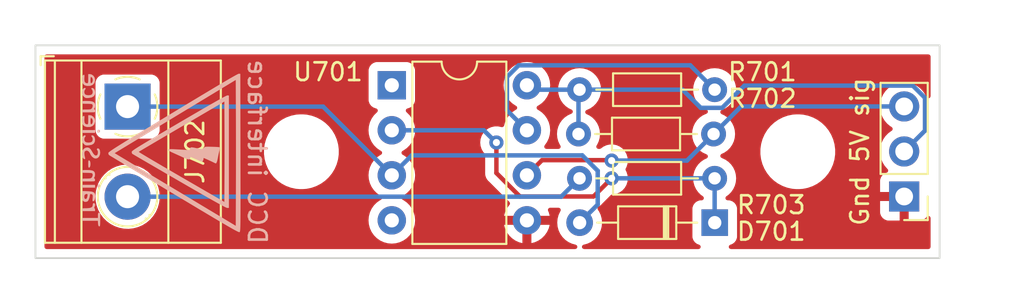
<source format=kicad_pcb>
(kicad_pcb (version 20211014) (generator pcbnew)
  (layers (0 "F.Cu" signal) (31 "B.Cu" signal) (34 "B.Paste" user) (35 "F.Paste" user) (36 "B.SilkS" user "B.Silkscreen") (37 "F.SilkS" user "F.Silkscreen") (38 "B.Mask" user) (39 "F.Mask" user) (44 "Edge.Cuts" user))
  (net 0 "")
  (net 1 "Net-(D701-Pad1)")
  (net 2 "GND")
  (net 3 "DCC_IN")
  (net 4 "+5V")
  (net 5 "Net-(R701-Pad2)")
  (net 7 "DCC-B")
  (net 8 "DCC-A")
  (footprint "MountingHole:MountingHole_3.2mm_M3" (layer "F.Cu") (at 133 114.5)
    (fp_text reference "REF**" hide)
    (fp_text value "MountingHole_3.2mm_M3")
    (pad "" np_thru_hole circle (at 0 0) (size 3.2 3.2) (drill 3.2) (layers *.Cu *.Mask))
  )
  (footprint "Connector_PinHeader_2.54mm:PinHeader_1x03_P2.54mm_Vertical" (layer "F.Cu") (at 167 117.025 180)
    (fp_text reference "J701" hide)
    (fp_text value "Conn_01x03_Male")
    (fp_line (start -1.33 1.27) (end -1.33 6.41) (layer "F.SilkS") (width 0.12))
    (fp_line (start -1.33 -1.33) (end 0 -1.33) (layer "F.SilkS") (width 0.12))
    (fp_line (start 1.33 1.27) (end 1.33 6.41) (layer "F.SilkS") (width 0.12))
    (fp_line (start -1.33 6.41) (end 1.33 6.41) (layer "F.SilkS") (width 0.12))
    (fp_line (start -1.33 0) (end -1.33 -1.33) (layer "F.SilkS") (width 0.12))
    (fp_line (start -1.33 1.27) (end 1.33 1.27) (layer "F.SilkS") (width 0.12))
    (pad "1" thru_hole rect (at 0 0 180) (size 1.7 1.7) (drill 1) (layers *.Cu *.Mask) (net 2 "GND"))
    (pad "2" thru_hole oval (at 0 2.54 180) (size 1.7 1.7) (drill 1) (layers *.Cu *.Mask) (net 4 "+5V"))
    (pad "3" thru_hole oval (at 0 5.08 180) (size 1.7 1.7) (drill 1) (layers *.Cu *.Mask) (net 3 "DCC_IN"))
  )
  (footprint "Package_DIP:DIP-8_W7.62mm" (layer "F.Cu") (at 138.1 110.75)
    (fp_text reference "U701" (at -3.6 -0.75) (layer "F.SilkS"))
    (fp_text value "6N137")
    (fp_line (start 1.16 -1.33) (end 1.16 8.95) (layer "F.SilkS") (width 0.12))
    (fp_line (start 1.16 8.95) (end 6.46 8.95) (layer "F.SilkS") (width 0.12))
    (fp_line (start 2.81 -1.33) (end 1.16 -1.33) (layer "F.SilkS") (width 0.12))
    (fp_line (start 6.46 -1.33) (end 4.81 -1.33) (layer "F.SilkS") (width 0.12))
    (fp_line (start 6.46 8.95) (end 6.46 -1.33) (layer "F.SilkS") (width 0.12))
    (fp_arc (start 4.81 -1.33) (mid 3.81 -0.33) (end 2.81 -1.33) (layer "F.SilkS") (width 0.12))
    (pad "1" thru_hole rect (at 0 0) (size 1.6 1.6) (drill 0.8) (layers *.Cu *.Mask))
    (pad "2" thru_hole oval (at 0 2.54) (size 1.6 1.6) (drill 0.8) (layers *.Cu *.Mask) (net 1 "Net-(D701-Pad1)"))
    (pad "3" thru_hole oval (at 0 5.08) (size 1.6 1.6) (drill 0.8) (layers *.Cu *.Mask) (net 7 "DCC-B"))
    (pad "4" thru_hole oval (at 0 7.62) (size 1.6 1.6) (drill 0.8) (layers *.Cu *.Mask))
    (pad "5" thru_hole oval (at 7.62 7.62) (size 1.6 1.6) (drill 0.8) (layers *.Cu *.Mask) (net 2 "GND"))
    (pad "6" thru_hole oval (at 7.62 5.08) (size 1.6 1.6) (drill 0.8) (layers *.Cu *.Mask) (net 3 "DCC_IN"))
    (pad "7" thru_hole oval (at 7.62 2.54) (size 1.6 1.6) (drill 0.8) (layers *.Cu *.Mask) (net 5 "Net-(R701-Pad2)"))
    (pad "8" thru_hole oval (at 7.62 0) (size 1.6 1.6) (drill 0.8) (layers *.Cu *.Mask) (net 4 "+5V"))
  )
  (footprint "MountingHole:MountingHole_3.2mm_M3" (layer "F.Cu") (at 161 114.5)
    (fp_text reference "REF**" hide)
    (fp_text value "MountingHole_3.2mm_M3")
    (pad "" np_thru_hole circle (at 0 0) (size 3.2 3.2) (drill 3.2) (layers F&B.Cu *.Mask))
  )
  (footprint "Diode_THT:D_DO-34_SOD68_P7.62mm_Horizontal" (layer "F.Cu") (at 156.315 118.5 180)
    (fp_text reference "D701" (at -3.185 -0.5) (layer "F.SilkS"))
    (fp_text value "D")
    (fp_line (start 2.746 -0.92) (end 2.746 0.92) (layer "F.SilkS") (width 0.12))
    (fp_line (start 5.45 0.92) (end 5.45 -0.92) (layer "F.SilkS") (width 0.12))
    (fp_line (start 6.63 0) (end 5.45 0) (layer "F.SilkS") (width 0.12))
    (fp_line (start 2.626 -0.92) (end 2.626 0.92) (layer "F.SilkS") (width 0.12))
    (fp_line (start 2.866 -0.92) (end 2.866 0.92) (layer "F.SilkS") (width 0.12))
    (fp_line (start 2.17 -0.92) (end 2.17 0.92) (layer "F.SilkS") (width 0.12))
    (fp_line (start 5.45 -0.92) (end 2.17 -0.92) (layer "F.SilkS") (width 0.12))
    (fp_line (start 0.99 0) (end 2.17 0) (layer "F.SilkS") (width 0.12))
    (fp_line (start 2.17 0.92) (end 5.45 0.92) (layer "F.SilkS") (width 0.12))
    (pad "1" thru_hole rect (at 0 0 180) (size 1.5 1.5) (drill 0.75) (layers *.Cu *.Mask) (net 1 "Net-(D701-Pad1)"))
    (pad "2" thru_hole oval (at 7.62 0 180) (size 1.5 1.5) (drill 0.75) (layers *.Cu *.Mask) (net 7 "DCC-B"))
  )
  (footprint "TerminalBlock_Phoenix:TerminalBlock_Phoenix_MKDS-1,5-2-5.08_1x02_P5.08mm_Horizontal" (layer "F.Cu") (at 123.195 111.955 -90)
    (fp_text reference "J702" (at 2.54 -3.805 90) (layer "F.SilkS"))
    (fp_text value "Screw_Terminal_01x02")
    (fp_line (start 6.355 -1.069) (end 6.308 -1.023) (layer "F.SilkS") (width 0.12))
    (fp_line (start -2.6 4.66) (end 7.68 4.66) (layer "F.SilkS") (width 0.12))
    (fp_line (start -2.6 4.1) (end 7.68 4.1) (layer "F.SilkS") (width 0.12))
    (fp_line (start -2.84 4.16) (end -2.84 4.9) (layer "F.SilkS") (width 0.12))
    (fp_line (start 3.853 1.023) (end 3.806 1.069) (layer "F.SilkS") (width 0.12))
    (fp_line (start -2.84 4.9) (end -2.34 4.9) (layer "F.SilkS") (width 0.12))
    (fp_line (start -2.6 -5.261) (end 7.68 -5.261) (layer "F.SilkS") (width 0.12))
    (fp_line (start 7.68 -5.261) (end 7.68 4.66) (layer "F.SilkS") (width 0.12))
    (fp_line (start 6.15 -1.275) (end 6.115 -1.239) (layer "F.SilkS") (width 0.12))
    (fp_line (start -2.6 -5.261) (end -2.6 4.66) (layer "F.SilkS") (width 0.12))
    (fp_line (start -2.6 2.6) (end 7.68 2.6) (layer "F.SilkS") (width 0.12))
    (fp_line (start 4.046 1.239) (end 4.011 1.274) (layer "F.SilkS") (width 0.12))
    (fp_line (start -2.6 -2.301) (end 7.68 -2.301) (layer "F.SilkS") (width 0.12))
    (fp_arc (start 0.683318 1.534756) (mid 0.349292 1.643288) (end 0 1.68) (layer "F.SilkS") (width 0.12))
    (fp_arc (start -1.535427 0.683042) (mid -1.680501 -0.000524) (end -1.535 -0.684) (layer "F.SilkS") (width 0.12))
    (fp_arc (start 0.028805 1.680253) (mid -0.335551 1.646659) (end -0.684 1.535) (layer "F.SilkS") (width 0.12))
    (fp_arc (start -0.683042 -1.535427) (mid 0.000524 -1.680501) (end 0.684 -1.535) (layer "F.SilkS") (width 0.12))
    (fp_arc (start 1.535427 -0.683042) (mid 1.680501 0.000524) (end 1.535 0.684) (layer "F.SilkS") (width 0.12))
    (fp_circle (center 5.08 0) (end 6.76 0) (layer "F.SilkS") (width 0.12) (fill none))
    (pad "1" thru_hole rect (at 0 0 270) (size 2.6 2.6) (drill 1.3) (layers *.Cu *.Mask) (net 7 "DCC-B"))
    (pad "2" thru_hole circle (at 5.08 0 270) (size 2.6 2.6) (drill 1.3) (layers *.Cu *.Mask) (net 8 "DCC-A"))
  )
  (footprint "Resistor_THT:R_Axial_DIN0204_L3.6mm_D1.6mm_P7.62mm_Horizontal" (layer "F.Cu") (at 148.63 113.5)
    (fp_text reference "R702" (at 10.37 -2) (layer "F.SilkS"))
    (fp_text value "10k")
    (fp_line (start 6.68 0) (end 5.73 0) (layer "F.SilkS") (width 0.12))
    (fp_line (start 1.89 -0.92) (end 1.89 0.92) (layer "F.SilkS") (width 0.12))
    (fp_line (start 5.73 0.92) (end 5.73 -0.92) (layer "F.SilkS") (width 0.12))
    (fp_line (start 5.73 -0.92) (end 1.89 -0.92) (layer "F.SilkS") (width 0.12))
    (fp_line (start 0.94 0) (end 1.89 0) (layer "F.SilkS") (width 0.12))
    (fp_line (start 1.89 0.92) (end 5.73 0.92) (layer "F.SilkS") (width 0.12))
    (pad "1" thru_hole circle (at 0 0) (size 1.4 1.4) (drill 0.7) (layers *.Cu *.Mask) (net 4 "+5V"))
    (pad "2" thru_hole oval (at 7.62 0) (size 1.4 1.4) (drill 0.7) (layers *.Cu *.Mask) (net 3 "DCC_IN"))
  )
  (footprint "Resistor_THT:R_Axial_DIN0204_L3.6mm_D1.6mm_P7.62mm_Horizontal" (layer "F.Cu") (at 148.69 116)
    (fp_text reference "R703" (at 10.81 1.5) (layer "F.SilkS"))
    (fp_text value "1k")
    (fp_line (start 5.73 -0.92) (end 1.89 -0.92) (layer "F.SilkS") (width 0.12))
    (fp_line (start 0.94 0) (end 1.89 0) (layer "F.SilkS") (width 0.12))
    (fp_line (start 6.68 0) (end 5.73 0) (layer "F.SilkS") (width 0.12))
    (fp_line (start 1.89 -0.92) (end 1.89 0.92) (layer "F.SilkS") (width 0.12))
    (fp_line (start 5.73 0.92) (end 5.73 -0.92) (layer "F.SilkS") (width 0.12))
    (fp_line (start 1.89 0.92) (end 5.73 0.92) (layer "F.SilkS") (width 0.12))
    (pad "1" thru_hole circle (at 0 0) (size 1.4 1.4) (drill 0.7) (layers *.Cu *.Mask) (net 8 "DCC-A"))
    (pad "2" thru_hole oval (at 7.62 0) (size 1.4 1.4) (drill 0.7) (layers *.Cu *.Mask) (net 1 "Net-(D701-Pad1)"))
  )
  (footprint "Resistor_THT:R_Axial_DIN0204_L3.6mm_D1.6mm_P7.62mm_Horizontal" (layer "F.Cu") (at 148.69 111)
    (fp_text reference "R701" (at 10.31 -1) (layer "F.SilkS"))
    (fp_text value "10k")
    (fp_line (start 1.89 0.92) (end 5.73 0.92) (layer "F.SilkS") (width 0.12))
    (fp_line (start 1.89 -0.92) (end 1.89 0.92) (layer "F.SilkS") (width 0.12))
    (fp_line (start 6.68 0) (end 5.73 0) (layer "F.SilkS") (width 0.12))
    (fp_line (start 5.73 -0.92) (end 1.89 -0.92) (layer "F.SilkS") (width 0.12))
    (fp_line (start 5.73 0.92) (end 5.73 -0.92) (layer "F.SilkS") (width 0.12))
    (fp_line (start 0.94 0) (end 1.89 0) (layer "F.SilkS") (width 0.12))
    (pad "1" thru_hole circle (at 0 0) (size 1.4 1.4) (drill 0.7) (layers *.Cu *.Mask) (net 4 "+5V"))
    (pad "2" thru_hole oval (at 7.62 0) (size 1.4 1.4) (drill 0.7) (layers *.Cu *.Mask) (net 5 "Net-(R701-Pad2)"))
  )
  (footprint "kicad_images:Train-Science logo small" (layer "B.Cu") (at 125 114.5 90)
    (fp_text reference "G***" hide)
    (fp_text value "LOGO" hide)
    (fp_poly (pts (xy 3.456146 -3.654371) (xy 3.543105 -3.697368) (xy 3.592791 -3.756548) (xy 3.594178 -3.814197) (xy 3.572895 -3.852981) (xy 3.542199 -3.843557) (xy 3.513841 -3.819211) (xy 3.424501 -3.7745) (xy 3.322943 -3.773442) (xy 3.238538 -3.81626) (xy 3.237661 -3.817129) (xy 3.201357 -3.890078) (xy 3.187495 -3.994878) (xy 3.196074 -4.103032) (xy 3.227095 -4.186043) (xy 3.237661 -4.198841) (xy 3.321639 -4.242246) (xy 3.423161 -4.241772) (xy 3.512857 -4.197642) (xy 3.513841 -4.196759) (xy 3.559116 -4.162129) (xy 3.582547 -4.174932) (xy 3.594178 -4.201773) (xy 3.589623 -4.267108) (xy 3.534669 -4.324764) (xy 3.443265 -4.364981) (xy 3.341993 -4.3782) (xy 3.23693 -4.364144) (xy 3.150524 -4.312169) (xy 3.116435 -4.280323) (xy 3.06227 -4.220957) (xy 3.03476 -4.166703) (xy 3.027277 -4.094215) (xy 3.032787 -3.985733) (xy 3.063239 -3.823108) (xy 3.128926 -3.713042) (xy 3.232557 -3.652527) (xy 3.346264 -3.637769)) (layer "B.SilkS") (width 0) (fill solid))
    (fp_poly (pts (xy 1.874086 -3.665419) (xy 1.97554 -3.737669) (xy 2.042702 -3.838471) (xy 2.06033 -3.925027) (xy 2.06033 -4.024081) (xy 1.802788 -4.024081) (xy 1.674253 -4.025517) (xy 1.597198 -4.031892) (xy 1.558746 -4.046313) (xy 1.54602 -4.071882) (xy 1.545247 -4.086167) (xy 1.568914 -4.17496) (xy 1.641552 -4.227168) (xy 1.76562 -4.244072) (xy 1.841189 -4.240295) (xy 1.949653 -4.233706) (xy 2.007504 -4.2403) (xy 2.027535 -4.262067) (xy 2.028137 -4.269376) (xy 1.999657 -4.321331) (xy 1.925454 -4.357024) (xy 1.822384 -4.375338) (xy 1.707304 -4.375154) (xy 1.597069 -4.355354) (xy 1.508536 -4.31482) (xy 1.495586 -4.304705) (xy 1.430456 -4.223779) (xy 1.397139 -4.110586) (xy 1.393087 -4.07989) (xy 1.397067 -3.908) (xy 1.412373 -3.869557) (xy 1.545247 -3.869557) (xy 1.574363 -3.883662) (xy 1.649466 -3.893017) (xy 1.722307 -3.895311) (xy 1.819283 -3.891076) (xy 1.883595 -3.880152) (xy 1.899366 -3.869557) (xy 1.87055 -3.814477) (xy 1.797044 -3.776712) (xy 1.722307 -3.76654) (xy 1.627639 -3.783306) (xy 1.562731 -3.826073) (xy 1.545247 -3.869557) (xy 1.412373 -3.869557) (xy 1.449928 -3.775233) (xy 1.548716 -3.685192) (xy 1.690478 -3.641482) (xy 1.755377 -3.637769)) (layer "B.SilkS") (width 0) (fill solid))
    (fp_poly (pts (xy 2.715567 -3.652213) (xy 2.788671 -3.700519) (xy 2.835175 -3.79015) (xy 2.859236 -3.928568) (xy 2.865146 -4.092808) (xy 2.86448 -4.228722) (xy 2.860137 -4.312734) (xy 2.848595 -4.357328) (xy 2.826334 -4.374987) (xy 2.789834 -4.378194) (xy 2.784664 -4.3782) (xy 2.744587 -4.375415) (xy 2.72067 -4.358257) (xy 2.708742 -4.313522) (xy 2.704637 -4.228007) (xy 2.704183 -4.123292) (xy 2.70181 -3.995739) (xy 2.69553 -3.889366) (xy 2.686599 -3.82384) (xy 2.684642 -3.817462) (xy 2.638586 -3.775444) (xy 2.56069 -3.771399) (xy 2.471162 -3.805399) (xy 2.453804 -3.816654) (xy 2.417528 -3.84892) (xy 2.396019 -3.893461) (xy 2.385541 -3.966262) (xy 2.382352 -4.083304) (xy 2.382256 -4.122485) (xy 2.381383 -4.249664) (xy 2.375999 -4.325642) (xy 2.361955 -4.363601) (xy 2.335101 -4.376724) (xy 2.301774 -4.3782) (xy 2.221293 -4.3782) (xy 2.221293 -4.007985) (xy 2.22168 -3.849262) (xy 2.224378 -3.743962) (xy 2.231689 -3.681124) (xy 2.245918 -3.649787) (xy 2.269368 -3.638988) (xy 2.299092 -3.637769) (xy 2.364561 -3.652507) (xy 2.391646 -3.67801) (xy 2.413142 -3.702107) (xy 2.449056 -3.67801) (xy 2.508105 -3.651219) (xy 2.597263 -3.63805) (xy 2.611707 -3.637769)) (layer "B.SilkS") (width 0) (fill solid))
    (fp_poly (pts (xy 4.191957 -3.665419) (xy 4.293411 -3.737669) (xy 4.360573 -3.838471) (xy 4.3782 -3.925027) (xy 4.3782 -4.024081) (xy 4.120659 -4.024081) (xy 3.992123 -4.025517) (xy 3.915069 -4.031892) (xy 3.876617 -4.046313) (xy 3.86389 -4.071882) (xy 3.863118 -4.086167) (xy 3.886785 -4.17496) (xy 3.959423 -4.227168) (xy 4.083491 -4.244072) (xy 4.15906 -4.240295) (xy 4.267524 -4.233706) (xy 4.325375 -4.2403) (xy 4.345405 -4.262067) (xy 4.346008 -4.269376) (xy 4.317527 -4.321331) (xy 4.243324 -4.357024) (xy 4.140255 -4.375338) (xy 4.025174 -4.375154) (xy 3.91494 -4.355354) (xy 3.826407 -4.31482) (xy 3.813457 -4.304705) (xy 3.748327 -4.223779) (xy 3.71501 -4.110586) (xy 3.710957 -4.07989) (xy 3.714938 -3.908) (xy 3.730244 -3.869557) (xy 3.863118 -3.869557) (xy 3.892233 -3.883662) (xy 3.967337 -3.893017) (xy 4.040178 -3.895311) (xy 4.137154 -3.891076) (xy 4.201466 -3.880152) (xy 4.217237 -3.869557) (xy 4.188421 -3.814477) (xy 4.114915 -3.776712) (xy 4.040178 -3.76654) (xy 3.945509 -3.783306) (xy 3.880602 -3.826073) (xy 3.863118 -3.869557) (xy 3.730244 -3.869557) (xy 3.767799 -3.775233) (xy 3.866587 -3.685192) (xy 4.008349 -3.641482) (xy 4.073248 -3.637769)) (layer "B.SilkS") (width 0) (fill solid))
    (fp_poly (pts (xy 0.250482 3.398018) (xy 0.258312 3.360431) (xy 0.266207 3.271171) (xy 0.273323 3.142944) (xy 0.278815 2.988455) (xy 0.279494 2.961822) (xy 0.283147 2.79102) (xy 0.28333 2.672993) (xy 0.27842 2.596159) (xy 0.266793 2.548934) (xy 0.246824 2.519735) (xy 0.216889 2.496979) (xy 0.214047 2.495112) (xy 0.177374 2.463714) (xy 0.157846 2.420729) (xy 0.155167 2.353836) (xy 0.169042 2.250716) (xy 0.199173 2.099046) (xy 0.20399 2.076426) (xy 0.234196 1.927607) (xy 0.248081 1.829473) (xy 0.244797 1.770209) (xy 0.223496 1.738003) (xy 0.183328 1.721039) (xy 0.178383 1.719762) (xy 0.093995 1.698582) (xy 0.113104 1.340229) (xy 0.122361 1.168329) (xy 0.13182 0.9955) (xy 0.140114 0.846597) (xy 0.144094 0.776804) (xy 0.147732 0.616402) (xy 0.136399 0.518612) (xy 0.110043 0.48341) (xy 0.068612 0.510774) (xy 0.012053 0.600683) (xy -0.036281 0.70019) (xy -0.094889 0.829583) (xy -0.151819 0.955614) (xy -0.192615 1.046261) (xy -0.235959 1.142058) (xy -0.293724 1.268625) (xy -0.352412 1.396402) (xy -0.410483 1.535855) (xy -0.432862 1.630868) (xy -0.419591 1.690556) (xy -0.370712 1.724039) (xy -0.353957 1.729118) (xy -0.302087 1.746117) (xy -0.289734 1.754248) (xy -0.301976 1.787815) (xy -0.333966 1.863803) (xy -0.378601 1.966115) (xy -0.428778 2.078653) (xy -0.477393 2.185319) (xy -0.517132 2.269582) (xy -0.553917 2.350924) (xy -0.561542 2.396199) (xy -0.540994 2.426228) (xy -0.525165 2.438593) (xy -0.452176 2.472508) (xy -0.412351 2.478834) (xy -0.36338 2.484926) (xy -0.354119 2.492061) (xy -0.366789 2.526986) (xy -0.400137 2.60474) (xy -0.447168 2.710013) (xy -0.500888 2.827498) (xy -0.554304 2.941887) (xy -0.600421 3.037873) (xy -0.630486 3.096942) (xy -0.659596 3.160107) (xy -0.65177 3.193594) (xy -0.620583 3.213855) (xy -0.53333 3.246777) (xy -0.395236 3.27925) (xy -0.273637 3.301207) (xy -0.190498 3.31751) (xy -0.07335 3.34338) (xy 0.027233 3.367139) (xy 0.134416 3.389945) (xy 0.215087 3.40089)) (layer "B.SilkS") (width 0) (fill solid))
    (fp_poly (pts (xy -2.40532 -3.645768) (xy -2.326525 -3.67613) (xy -2.275297 -3.738404) (xy -2.245189 -3.842138) (xy -2.22975 -3.996881) (xy -2.226439 -4.069661) (xy -2.215488 -4.366149) (xy -2.45432 -4.371021) (xy -2.611055 -4.367821) (xy -2.715337 -4.349617) (xy -2.763052 -4.326932) (xy -2.817997 -4.253657) (xy -2.8318 -4.157537) (xy -2.826579 -4.141434) (xy -2.663371 -4.141434) (xy -2.661178 -4.198977) (xy -2.617211 -4.235887) (xy -2.541587 -4.248708) (xy -2.462907 -4.236034) (xy -2.420887 -4.210799) (xy -2.387663 -4.147033) (xy -2.382256 -4.110009) (xy -2.391113 -4.070273) (xy -2.429399 -4.05887) (xy -2.5002 -4.066989) (xy -2.611613 -4.096669) (xy -2.663371 -4.141434) (xy -2.826579 -4.141434) (xy -2.80241 -4.066887) (xy -2.783578 -4.04369) (xy -2.714915 -4.000608) (xy -2.611053 -3.960717) (xy -2.500848 -3.933723) (xy -2.438593 -3.927683) (xy -2.39073 -3.905832) (xy -2.389171 -3.848663) (xy -2.411779 -3.801951) (xy -2.44845 -3.775964) (xy -2.522247 -3.768689) (xy -2.620538 -3.77548) (xy -2.726931 -3.782973) (xy -2.782746 -3.776184) (xy -2.800575 -3.753278) (xy -2.80076 -3.74925) (xy -2.770723 -3.693209) (xy -2.685633 -3.655257) (xy -2.553023 -3.638364) (xy -2.518132 -3.637769)) (layer "B.SilkS") (width 0) (fill solid))
    (fp_poly (pts (xy -2.177236 4.566716) (xy -1.724771 4.566214) (xy -1.217326 4.565463) (xy -0.651718 4.564501) (xy -0.055144 4.563421) (xy 4.394297 4.55526) (xy 4.402412 4.474778) (xy 4.392766 4.444092) (xy 4.360546 4.377472) (xy 4.304831 4.273357) (xy 4.224701 4.130187) (xy 4.119236 3.9464) (xy 3.987517 3.720436) (xy 3.828623 3.450735) (xy 3.641634 3.135735) (xy 3.425631 2.773875) (xy 3.179692 2.363596) (xy 2.902899 1.903335) (xy 2.594331 1.391532) (xy 2.253068 0.826627) (xy 2.210681 0.756527) (xy 1.892208 0.230049) (xy 1.605234 -0.243951) (xy 1.348069 -0.66817) (xy 1.119028 -1.045302) (xy 0.916421 -1.378044) (xy 0.738561 -1.669091) (xy 0.583761 -1.921141) (xy 0.450332 -2.136888) (xy 0.336586 -2.319029) (xy 0.240836 -2.470259) (xy 0.161394 -2.593274) (xy 0.096573 -2.690771) (xy 0.044683 -2.765444) (xy 0.004038 -2.819991) (xy -0.02705 -2.857107) (xy -0.05027 -2.879488) (xy -0.067308 -2.88983) (xy -0.073048 -2.891234) (xy -0.156237 -2.877194) (xy -0.204854 -2.826849) (xy -0.227047 -2.790521) (xy -0.280348 -2.702298) (xy -0.362758 -2.565508) (xy -0.47228 -2.383476) (xy -0.606914 -2.159531) (xy -0.764662 -1.897) (xy -0.943527 -1.599208) (xy -1.141509 -1.269484) (xy -1.356611 -0.911155) (xy -1.586834 -0.527547) (xy -1.830181 -0.121988) (xy -2.084652 0.302196) (xy -2.348249 0.741676) (xy -2.411808 0.847656) (xy -2.72913 1.377004) (xy -3.014693 1.853894) (xy -3.270035 2.280976) (xy -3.496692 2.660897) (xy -3.696204 2.996307) (xy -3.870107 3.289854) (xy -4.01994 3.544188) (xy -4.147239 3.761957) (xy -4.253544 3.94581) (xy -4.340391 4.098397) (xy -4.409319 4.222366) (xy -4.449721 4.297718) (xy -4.178624 4.297718) (xy -0.08088 -2.532058) (xy 0.192957 -2.079549) (xy 0.247331 -1.989669) (xy 0.332405 -1.84901) (xy 0.445566 -1.661887) (xy 0.584205 -1.43262) (xy 0.74571 -1.165527) (xy 0.92747 -0.864926) (xy 1.126875 -0.535135) (xy 1.341313 -0.180472) (xy 1.568173 0.194744) (xy 1.804844 0.586196) (xy 2.048716 0.989564) (xy 2.257763 1.33534) (xy 4.048733 4.297718) (xy 1.992174 4.306003) (xy 1.548356 4.307468) (xy 1.05587 4.308526) (xy 0.530432 4.309176) (xy -0.012241 4.309419) (xy -0.556433 4.309254) (xy -1.086428 4.308682) (xy -1.58651 4.307702) (xy -2.040962 4.306315) (xy -2.121505 4.306003) (xy -4.178624 4.297718) (xy -4.449721 4.297718) (xy -4.461864 4.320365) (xy -4.499566 4.395045) (xy -4.523961 4.449053) (xy -4.536588 4.485039) (xy -4.538984 4.505651) (xy -4.537712 4.509683) (xy -4.531875 4.518362) (xy -4.522005 4.526181) (xy -4.504918 4.533179) (xy -4.47743 4.539392) (xy -4.436357 4.54486) (xy -4.378514 4.549621) (xy -4.300717 4.553712) (xy -4.199782 4.557172) (xy -4.072525 4.560039) (xy -3.915762 4.562352) (xy -3.726308 4.564148) (xy -3.50098 4.565466) (xy -3.236592 4.566343) (xy -2.929962 4.566818) (xy -2.577905 4.56693)) (layer "B.SilkS") (width 0) (fill solid))
    (fp_poly (pts (xy -1.179743 -3.652213) (xy -1.106639 -3.700519) (xy -1.060135 -3.79015) (xy -1.036075 -3.928568) (xy -1.030165 -4.092808) (xy -1.03083 -4.228722) (xy -1.035174 -4.312734) (xy -1.046716 -4.357328) (xy -1.068976 -4.374987) (xy -1.105476 -4.378194) (xy -1.110646 -4.3782) (xy -1.150723 -4.375415) (xy -1.174641 -4.358257) (xy -1.186568 -4.313522) (xy -1.190674 -4.228007) (xy -1.191128 -4.123292) (xy -1.193501 -3.995739) (xy -1.199781 -3.889366) (xy -1.208712 -3.82384) (xy -1.210669 -3.817462) (xy -1.256725 -3.775444) (xy -1.33462 -3.771399) (xy -1.424149 -3.805399) (xy -1.441506 -3.816654) (xy -1.477783 -3.84892) (xy -1.499291 -3.893461) (xy -1.50977 -3.966262) (xy -1.512958 -4.083304) (xy -1.513054 -4.122485) (xy -1.513927 -4.249664) (xy -1.519311 -4.325642) (xy -1.533355 -4.363601) (xy -1.560209 -4.376724) (xy -1.593536 -4.3782) (xy -1.674018 -4.3782) (xy -1.674018 -4.007985) (xy -1.67363 -3.849262) (xy -1.670933 -3.743962) (xy -1.663621 -3.681124) (xy -1.649392 -3.649787) (xy -1.625943 -3.638988) (xy -1.596219 -3.637769) (xy -1.53075 -3.652507) (xy -1.503665 -3.67801) (xy -1.482168 -3.702107) (xy -1.446255 -3.67801) (xy -1.387205 -3.651219) (xy -1.298048 -3.63805) (xy -1.283604 -3.637769)) (layer "B.SilkS") (width 0) (fill solid))
    (fp_poly (pts (xy -1.879051 -3.365565) (xy -1.85507 -3.397528) (xy -1.848957 -3.467248) (xy -1.897497 -3.5033) (xy -1.951794 -3.508999) (xy -2.01104 -3.497959) (xy -2.024208 -3.453786) (xy -2.022328 -3.436565) (xy -1.991057 -3.378361) (xy -1.934811 -3.352714)) (layer "B.SilkS") (width 0) (fill solid))
    (fp_poly (pts (xy 0.784156 -3.654371) (xy 0.871115 -3.697368) (xy 0.920801 -3.756548) (xy 0.922188 -3.814197) (xy 0.900905 -3.852981) (xy 0.870209 -3.843557) (xy 0.841851 -3.819211) (xy 0.752511 -3.7745) (xy 0.650954 -3.773442) (xy 0.566548 -3.81626) (xy 0.565671 -3.817129) (xy 0.529974 -3.888454) (xy 0.515171 -3.998249) (xy 0.515082 -4.007985) (xy 0.527932 -4.119813) (xy 0.562192 -4.195116) (xy 0.565671 -4.198841) (xy 0.649649 -4.242246) (xy 0.751171 -4.241772) (xy 0.840868 -4.197642) (xy 0.841851 -4.196759) (xy 0.887126 -4.162129) (xy 0.910558 -4.174932) (xy 0.922188 -4.201773) (xy 0.917633 -4.267108) (xy 0.862679 -4.324764) (xy 0.771275 -4.364981) (xy 0.670003 -4.3782) (xy 0.56494 -4.364144) (xy 0.478534 -4.312169) (xy 0.444446 -4.280323) (xy 0.39028 -4.220957) (xy 0.36277 -4.166703) (xy 0.355287 -4.094215) (xy 0.360798 -3.985733) (xy 0.391249 -3.823108) (xy 0.456936 -3.713042) (xy 0.560567 -3.652527) (xy 0.674274 -3.637769)) (layer "B.SilkS") (width 0) (fill solid))
    (fp_poly (pts (xy 3.179239 3.830925) (xy 3.169077 3.796052) (xy 3.134748 3.721875) (xy 3.075339 3.60678) (xy 2.989941 3.449155) (xy 2.877641 3.24739) (xy 2.737526 2.999872) (xy 2.568687 2.704989) (xy 2.370211 2.361128) (xy 2.141187 1.966679) (xy 1.880703 1.52003) (xy 1.631778 1.09455) (xy 1.368647 0.645596) (xy 1.135907 0.249143) (xy 0.93161 -0.097982) (xy 0.753807 -0.398953) (xy 0.60055 -0.656942) (xy 0.469891 -0.875124) (xy 0.359881 -1.05667) (xy 0.268572 -1.204755) (xy 0.194014 -1.322552) (xy 0.134261 -1.413233) (xy 0.087362 -1.479973) (xy 0.051371 -1.525943) (xy 0.024337 -1.554318) (xy 0.004314 -1.568271) (xy -0.004969 -1.571019) (xy -0.078828 -1.563333) (xy -0.118283 -1.538827) (xy -0.138767 -1.505458) (xy -0.189191 -1.420294) (xy -0.267262 -1.287274) (xy -0.370688 -1.110339) (xy -0.497173 -0.893428) (xy -0.644426 -0.640482) (xy -0.810153 -0.355441) (xy -0.99206 -0.042244) (xy -1.187855 0.295169) (xy -1.395243 0.652857) (xy -1.611932 1.02688) (xy -1.660439 1.110646) (xy -1.943382 1.600038) (xy -2.194371 2.035755) (xy -2.414343 2.419476) (xy -2.604234 2.752877) (xy -2.764981 3.037634) (xy -2.89752 3.275425) (xy -3.002787 3.467927) (xy -3.081719 3.616816) (xy -3.100264 3.653866) (xy -2.831057 3.653866) (xy -1.427803 1.229825) (xy -1.217976 0.867944) (xy -1.017222 0.522838) (xy -0.827885 0.198474) (xy -0.652308 -0.101185) (xy -0.492836 -0.372174) (xy -0.351814 -0.61053) (xy -0.231586 -0.812287) (xy -0.134496 -0.973481) (xy -0.062889 -1.090149) (xy -0.019109 -1.158326) (xy -0.005551 -1.175218) (xy 0.013203 -1.145197) (xy 0.062076 -1.063637) (xy 0.138687 -0.934577) (xy 0.240658 -0.762061) (xy 0.365609 -0.55013) (xy 0.511161 -0.302826) (xy 0.674935 -0.02419) (xy 0.854552 0.281735) (xy 1.047632 0.610908) (xy 1.251797 0.959287) (xy 1.421346 1.248823) (xy 2.829247 3.653866) (xy 1.414623 3.662249) (xy 1.04211 3.663984) (xy 0.624153 3.665121) (xy 0.179691 3.665659) (xy -0.272337 3.665598) (xy -0.712992 3.664938) (xy -1.123334 3.663678) (xy -1.415529 3.662249) (xy -2.831057 3.653866) (xy -3.100264 3.653866) (xy -3.135253 3.723769) (xy -3.164325 3.790463) (xy -3.17064 3.814829) (xy -3.170976 3.911407) (xy 3.170976 3.911407)) (layer "B.SilkS") (width 0) (fill solid))
    (fp_poly (pts (xy -1.867174 -4.3782) (xy -2.028137 -4.3782) (xy -2.028137 -3.637769) (xy -1.867174 -3.637769)) (layer "B.SilkS") (width 0) (fill solid))
    (fp_poly (pts (xy 1.223321 -4.3782) (xy 1.062357 -4.3782) (xy 1.062357 -3.637769) (xy 1.223321 -3.637769)) (layer "B.SilkS") (width 0) (fill solid))
    (fp_poly (pts (xy -3.669632 -3.34866) (xy -3.559722 -3.351709) (xy -3.492918 -3.358945) (xy -3.458582 -3.372129) (xy -3.446076 -3.393024) (xy -3.444613 -3.412421) (xy -3.454092 -3.452657) (xy -3.493451 -3.471683) (xy -3.579073 -3.476782) (xy -3.58948 -3.476806) (xy -3.734347 -3.476806) (xy -3.734347 -4.3782) (xy -3.89531 -4.3782) (xy -3.89531 -3.480334) (xy -4.047936 -3.470522) (xy -4.148526 -3.457408) (xy -4.198923 -3.431105) (xy -4.21126 -3.404373) (xy -4.210399 -3.380588) (xy -4.190335 -3.364589) (xy -4.140901 -3.354863) (xy -4.051928 -3.349892) (xy -3.91325 -3.348161) (xy -3.833286 -3.348036)) (layer "B.SilkS") (width 0) (fill solid))
    (fp_poly (pts (xy 1.211443 -3.365565) (xy 1.235424 -3.397528) (xy 1.241537 -3.467248) (xy 1.192998 -3.5033) (xy 1.1387 -3.508999) (xy 1.079454 -3.497959) (xy 1.066286 -3.453786) (xy 1.068167 -3.436565) (xy 1.099438 -3.378361) (xy 1.155683 -3.352714)) (layer "B.SilkS") (width 0) (fill solid))
    (fp_poly (pts (xy -3.20706 -3.649174) (xy -3.187072 -3.671095) (xy -3.167366 -3.687977) (xy -3.124803 -3.671095) (xy -3.032476 -3.639196) (xy -2.952967 -3.641074) (xy -2.904379 -3.674259) (xy -2.897338 -3.702155) (xy -2.912873 -3.749633) (xy -2.970283 -3.766013) (xy -2.992091 -3.76654) (xy -3.08017 -3.784752) (xy -3.139695 -3.843818) (xy -3.1741 -3.950385) (xy -3.18682 -4.1111) (xy -3.187072 -4.143919) (xy -3.188151 -4.264488) (xy -3.194538 -4.33444) (xy -3.210963 -4.367539) (xy -3.242154 -4.377549) (xy -3.267554 -4.3782) (xy -3.348035 -4.3782) (xy -3.348035 -3.637769) (xy -3.267554 -3.637769)) (layer "B.SilkS") (width 0) (fill solid))
    (fp_poly (pts (xy -0.612737 -3.9006) (xy -0.533283 -3.922266) (xy -0.490713 -3.961014) (xy -0.488845 -3.967744) (xy -0.490951 -3.998166) (xy -0.520453 -4.01526) (xy -0.590351 -4.022672) (xy -0.689781 -4.024081) (xy -0.808268 -4.020841) (xy -0.874379 -4.009353) (xy -0.899883 -3.986965) (xy -0.901394 -3.976406) (xy -0.873403 -3.933919) (xy -0.802697 -3.906845) (xy -0.709175 -3.895599)) (layer "B.SilkS") (width 0) (fill solid))
    (fp_poly (pts (xy 0.08045 -3.363771) (xy 0.163476 -3.40824) (xy 0.193154 -3.477335) (xy 0.193156 -3.477939) (xy 0.170182 -3.528914) (xy 0.121334 -3.539789) (xy 0.080482 -3.508999) (xy 0.032611 -3.483439) (xy -0.047363 -3.477888) (xy -0.130866 -3.490818) (xy -0.189325 -3.520703) (xy -0.191874 -3.52355) (xy -0.21804 -3.596183) (xy -0.180966 -3.673245) (xy -0.081544 -3.753443) (xy -0.004028 -3.796699) (xy 0.136108 -3.882305) (xy 0.216714 -3.971193) (xy 0.24249 -4.071135) (xy 0.223825 -4.173564) (xy 0.164082 -4.275535) (xy 0.095495 -4.330471) (xy -0.018443 -4.366535) (xy -0.150995 -4.376193) (xy -0.274362 -4.359597) (xy -0.346956 -4.328086) (xy -0.40363 -4.272052) (xy -0.419312 -4.22251) (xy -0.394108 -4.195068) (xy -0.346071 -4.199064) (xy -0.197064 -4.233359) (xy -0.075009 -4.242002) (xy 0.005829 -4.224264) (xy 0.015788 -4.217493) (xy 0.061853 -4.14537) (xy 0.055341 -4.062595) (xy 0.002818 -3.983964) (xy -0.089151 -3.924271) (xy -0.119083 -3.913566) (xy -0.188092 -3.877866) (xy -0.269912 -3.816568) (xy -0.288095 -3.800264) (xy -0.365715 -3.694707) (xy -0.385703 -3.587357) (xy -0.353625 -3.488715) (xy -0.27505 -3.409279) (xy -0.155545 -3.359551) (xy -0.048289 -3.348036)) (layer "B.SilkS") (width 0) (fill solid))
  )
  (gr_rect (start 169 120.5) (end 118 108.5) (layer "Edge.Cuts") (width 0.1) (fill none))
  (gr_text "DCC interface" (at 130.5 114.5 270) (layer "B.SilkS") (effects (font (size 1 1)) (justify mirror)))
  (gr_text "Gnd 5V sig" (at 164.5 114.5 90) (layer "F.SilkS") (effects (font (size 1 1))))
  (segment (start 149.475 117.025) (end 150.5 116) (width 0.25) (layer "F.Cu") (net 1))
  (segment (start 144 113.9805) (end 144 115.700991) (width 0.25) (layer "F.Cu") (net 1))
  (segment (start 144 115.700991) (end 145.324009 117.025) (width 0.25) (layer "F.Cu") (net 1))
  (segment (start 145.324009 117.025) (end 149.475 117.025) (width 0.25) (layer "F.Cu") (net 1))
  (via (at 150.5 116) (size 0.8) (drill 0.4) (layers "F.Cu" "B.Cu") (net 1))
  (via (at 144 113.9805) (size 0.8) (drill 0.4) (layers "F.Cu" "B.Cu") (net 1))
  (segment (start 143.29 113.29) (end 144 114) (width 0.25) (layer "B.Cu") (net 1))
  (segment (start 150.5 116) (end 156.31 116) (width 0.25) (layer "B.Cu") (net 1))
  (segment (start 156.31 118.495) (end 156.315 118.5) (width 0.25) (layer "B.Cu") (net 1))
  (segment (start 156.31 116) (end 156.31 118.495) (width 0.25) (layer "B.Cu") (net 1))
  (segment (start 138.1 113.29) (end 143.29 113.29) (width 0.25) (layer "B.Cu") (net 1))
  (segment (start 144 114) (end 144 113.9805) (width 0.25) (layer "B.Cu") (net 1))
  (segment (start 145.72 115.83) (end 146.575 114.975) (width 0.25) (layer "F.Cu") (net 3))
  (segment (start 146.575 114.975) (end 150.475 114.975) (width 0.25) (layer "F.Cu") (net 3))
  (segment (start 150.475 114.975) (end 150.5 115) (width 0.25) (layer "F.Cu") (net 3))
  (via (at 150.5 115) (size 0.8) (drill 0.4) (layers "F.Cu" "B.Cu") (net 3))
  (segment (start 150.5 115) (end 154.75 115) (width 0.25) (layer "B.Cu") (net 3))
  (segment (start 156.25 113.5) (end 157.805 111.945) (width 0.25) (layer "B.Cu") (net 3))
  (segment (start 157.805 111.945) (end 167 111.945) (width 0.25) (layer "B.Cu") (net 3))
  (segment (start 154.75 115) (end 156.25 113.5) (width 0.25) (layer "B.Cu") (net 3))
  (segment (start 145.97 111) (end 145.72 110.75) (width 0.25) (layer "B.Cu") (net 4))
  (segment (start 167.486701 110.77) (end 157.989569 110.77) (width 0.25) (layer "B.Cu") (net 4))
  (segment (start 148.69 111) (end 154.5 111) (width 0.25) (layer "B.Cu") (net 4))
  (segment (start 168.175 113.31) (end 168.175 111.458299) (width 0.25) (layer "B.Cu") (net 4))
  (segment (start 148.69 111) (end 145.97 111) (width 0.25) (layer "B.Cu") (net 4))
  (segment (start 156.734569 112.025) (end 155.525 112.025) (width 0.25) (layer "B.Cu") (net 4))
  (segment (start 154.5 111) (end 155.525 112.025) (width 0.25) (layer "B.Cu") (net 4))
  (segment (start 167 114.485) (end 168.175 113.31) (width 0.25) (layer "B.Cu") (net 4))
  (segment (start 168.175 111.458299) (end 167.486701 110.77) (width 0.25) (layer "B.Cu") (net 4))
  (segment (start 148.63 111.06) (end 148.69 111) (width 0.25) (layer "B.Cu") (net 4))
  (segment (start 157.989569 110.77) (end 156.734569 112.025) (width 0.25) (layer "B.Cu") (net 4))
  (segment (start 148.63 113.5) (end 148.63 111.06) (width 0.25) (layer "B.Cu") (net 4))
  (segment (start 156.31 111) (end 154.935 109.625) (width 0.25) (layer "B.Cu") (net 5))
  (segment (start 145.254009 109.625) (end 144.595 110.284009) (width 0.25) (layer "B.Cu") (net 5))
  (segment (start 154.935 109.625) (end 145.254009 109.625) (width 0.25) (layer "B.Cu") (net 5))
  (segment (start 144.595 112.165) (end 145.72 113.29) (width 0.25) (layer "B.Cu") (net 5))
  (segment (start 144.595 110.284009) (end 144.595 112.165) (width 0.25) (layer "B.Cu") (net 5))
  (segment (start 148.695 118.5) (end 149.715 117.48) (width 0.25) (layer "B.Cu") (net 7))
  (segment (start 138.1 115.83) (end 134.225 111.955) (width 0.25) (layer "B.Cu") (net 7))
  (segment (start 139.225 114.705) (end 138.1 115.83) (width 0.25) (layer "B.Cu") (net 7))
  (segment (start 148.844569 114.705) (end 139.225 114.705) (width 0.25) (layer "B.Cu") (net 7))
  (segment (start 149.715 115.575431) (end 148.844569 114.705) (width 0.25) (layer "B.Cu") (net 7))
  (segment (start 134.225 111.955) (end 123.195 111.955) (width 0.25) (layer "B.Cu") (net 7))
  (segment (start 149.715 117.48) (end 149.715 115.575431) (width 0.25) (layer "B.Cu") (net 7))
  (segment (start 147.655 117.035) (end 148.69 116) (width 0.25) (layer "B.Cu") (net 8))
  (segment (start 123.195 117.035) (end 147.655 117.035) (width 0.25) (layer "B.Cu") (net 8))
  (zone (net 2) (net_name "GND") (layer "F.Cu") (connect_pads (clearance 0.508)) (min_thickness 0.254) (fill yes (thermal_gap 0.508) (thermal_bridge_width 0.508))
    (polygon (pts (xy 171 107) (xy 171 121) (xy 116.5 122.5) (xy 116 106.5)))
  )
)
</source>
